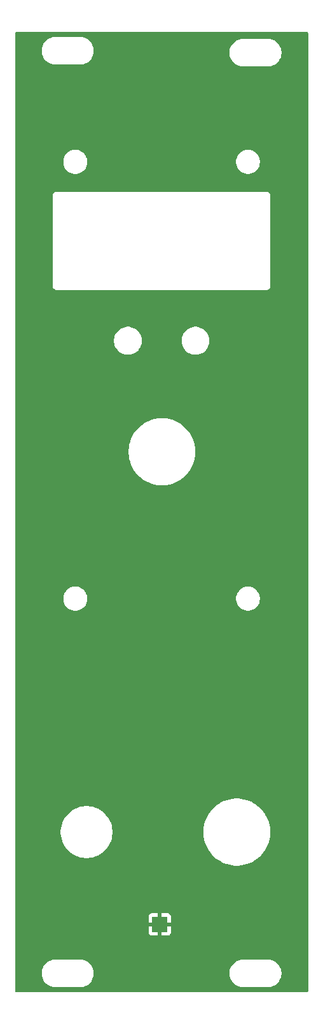
<source format=gbr>
%TF.GenerationSoftware,KiCad,Pcbnew,8.0.7*%
%TF.CreationDate,2025-02-20T16:23:03+00:00*%
%TF.ProjectId,RPi-MiniDexed-EuroRack-Panel,5250692d-4d69-46e6-9944-657865642d45,rev?*%
%TF.SameCoordinates,Original*%
%TF.FileFunction,Copper,L2,Bot*%
%TF.FilePolarity,Positive*%
%FSLAX46Y46*%
G04 Gerber Fmt 4.6, Leading zero omitted, Abs format (unit mm)*
G04 Created by KiCad (PCBNEW 8.0.7) date 2025-02-20 16:23:03*
%MOMM*%
%LPD*%
G01*
G04 APERTURE LIST*
%TA.AperFunction,SMDPad,CuDef*%
%ADD10R,2.000000X2.000000*%
%TD*%
G04 APERTURE END LIST*
D10*
%TO.P,REF\u002A\u002A,1*%
%TO.N,GND*%
X69750000Y-154750000D03*
%TD*%
%TA.AperFunction,Conductor*%
%TO.N,GND*%
G36*
X89442539Y-36270185D02*
G01*
X89488294Y-36322989D01*
X89499500Y-36374500D01*
X89499500Y-163625500D01*
X89479815Y-163692539D01*
X89427011Y-163738294D01*
X89375500Y-163749500D01*
X50624500Y-163749500D01*
X50557461Y-163729815D01*
X50511706Y-163677011D01*
X50500500Y-163625500D01*
X50500500Y-161128711D01*
X54049500Y-161128711D01*
X54049500Y-161371288D01*
X54081161Y-161611785D01*
X54143947Y-161846104D01*
X54236773Y-162070205D01*
X54236776Y-162070212D01*
X54358064Y-162280289D01*
X54358066Y-162280292D01*
X54358067Y-162280293D01*
X54505733Y-162472736D01*
X54505739Y-162472743D01*
X54677256Y-162644260D01*
X54677262Y-162644265D01*
X54869711Y-162791936D01*
X55079788Y-162913224D01*
X55303900Y-163006054D01*
X55538211Y-163068838D01*
X55718586Y-163092584D01*
X55778711Y-163100500D01*
X55778712Y-163100500D01*
X59221289Y-163100500D01*
X59269388Y-163094167D01*
X59461789Y-163068838D01*
X59696100Y-163006054D01*
X59920212Y-162913224D01*
X60130289Y-162791936D01*
X60322738Y-162644265D01*
X60494265Y-162472738D01*
X60641936Y-162280289D01*
X60763224Y-162070212D01*
X60856054Y-161846100D01*
X60918838Y-161611789D01*
X60950500Y-161371288D01*
X60950500Y-161128712D01*
X60950500Y-161128711D01*
X79049500Y-161128711D01*
X79049500Y-161371288D01*
X79081161Y-161611785D01*
X79143947Y-161846104D01*
X79236773Y-162070205D01*
X79236776Y-162070212D01*
X79358064Y-162280289D01*
X79358066Y-162280292D01*
X79358067Y-162280293D01*
X79505733Y-162472736D01*
X79505739Y-162472743D01*
X79677256Y-162644260D01*
X79677262Y-162644265D01*
X79869711Y-162791936D01*
X80079788Y-162913224D01*
X80303900Y-163006054D01*
X80538211Y-163068838D01*
X80718586Y-163092584D01*
X80778711Y-163100500D01*
X80778712Y-163100500D01*
X84221289Y-163100500D01*
X84269388Y-163094167D01*
X84461789Y-163068838D01*
X84696100Y-163006054D01*
X84920212Y-162913224D01*
X85130289Y-162791936D01*
X85322738Y-162644265D01*
X85494265Y-162472738D01*
X85641936Y-162280289D01*
X85763224Y-162070212D01*
X85856054Y-161846100D01*
X85918838Y-161611789D01*
X85950500Y-161371288D01*
X85950500Y-161128712D01*
X85918838Y-160888211D01*
X85856054Y-160653900D01*
X85763224Y-160429788D01*
X85641936Y-160219711D01*
X85494265Y-160027262D01*
X85494260Y-160027256D01*
X85322743Y-159855739D01*
X85322736Y-159855733D01*
X85130293Y-159708067D01*
X85130292Y-159708066D01*
X85130289Y-159708064D01*
X84920212Y-159586776D01*
X84920205Y-159586773D01*
X84696104Y-159493947D01*
X84461785Y-159431161D01*
X84221289Y-159399500D01*
X84221288Y-159399500D01*
X80778712Y-159399500D01*
X80778711Y-159399500D01*
X80538214Y-159431161D01*
X80303895Y-159493947D01*
X80079794Y-159586773D01*
X80079785Y-159586777D01*
X79869706Y-159708067D01*
X79677263Y-159855733D01*
X79677256Y-159855739D01*
X79505739Y-160027256D01*
X79505733Y-160027263D01*
X79358067Y-160219706D01*
X79236777Y-160429785D01*
X79236773Y-160429794D01*
X79143947Y-160653895D01*
X79081161Y-160888214D01*
X79049500Y-161128711D01*
X60950500Y-161128711D01*
X60918838Y-160888211D01*
X60856054Y-160653900D01*
X60763224Y-160429788D01*
X60641936Y-160219711D01*
X60494265Y-160027262D01*
X60494260Y-160027256D01*
X60322743Y-159855739D01*
X60322736Y-159855733D01*
X60130293Y-159708067D01*
X60130292Y-159708066D01*
X60130289Y-159708064D01*
X59920212Y-159586776D01*
X59920205Y-159586773D01*
X59696104Y-159493947D01*
X59461785Y-159431161D01*
X59221289Y-159399500D01*
X59221288Y-159399500D01*
X55778712Y-159399500D01*
X55778711Y-159399500D01*
X55538214Y-159431161D01*
X55303895Y-159493947D01*
X55079794Y-159586773D01*
X55079785Y-159586777D01*
X54869706Y-159708067D01*
X54677263Y-159855733D01*
X54677256Y-159855739D01*
X54505739Y-160027256D01*
X54505733Y-160027263D01*
X54358067Y-160219706D01*
X54236777Y-160429785D01*
X54236773Y-160429794D01*
X54143947Y-160653895D01*
X54081161Y-160888214D01*
X54049500Y-161128711D01*
X50500500Y-161128711D01*
X50500500Y-155797844D01*
X68250000Y-155797844D01*
X68256401Y-155857372D01*
X68256403Y-155857379D01*
X68306645Y-155992086D01*
X68306649Y-155992093D01*
X68392809Y-156107187D01*
X68392812Y-156107190D01*
X68507906Y-156193350D01*
X68507913Y-156193354D01*
X68642620Y-156243596D01*
X68642627Y-156243598D01*
X68702155Y-156249999D01*
X68702172Y-156250000D01*
X69500000Y-156250000D01*
X70000000Y-156250000D01*
X70797828Y-156250000D01*
X70797844Y-156249999D01*
X70857372Y-156243598D01*
X70857379Y-156243596D01*
X70992086Y-156193354D01*
X70992093Y-156193350D01*
X71107187Y-156107190D01*
X71107190Y-156107187D01*
X71193350Y-155992093D01*
X71193354Y-155992086D01*
X71243596Y-155857379D01*
X71243598Y-155857372D01*
X71249999Y-155797844D01*
X71250000Y-155797827D01*
X71250000Y-155000000D01*
X70000000Y-155000000D01*
X70000000Y-156250000D01*
X69500000Y-156250000D01*
X69500000Y-155000000D01*
X68250000Y-155000000D01*
X68250000Y-155797844D01*
X50500500Y-155797844D01*
X50500500Y-153702155D01*
X68250000Y-153702155D01*
X68250000Y-154500000D01*
X69500000Y-154500000D01*
X70000000Y-154500000D01*
X71250000Y-154500000D01*
X71250000Y-153702172D01*
X71249999Y-153702155D01*
X71243598Y-153642627D01*
X71243596Y-153642620D01*
X71193354Y-153507913D01*
X71193350Y-153507906D01*
X71107190Y-153392812D01*
X71107187Y-153392809D01*
X70992093Y-153306649D01*
X70992086Y-153306645D01*
X70857379Y-153256403D01*
X70857372Y-153256401D01*
X70797844Y-153250000D01*
X70000000Y-153250000D01*
X70000000Y-154500000D01*
X69500000Y-154500000D01*
X69500000Y-153250000D01*
X68702155Y-153250000D01*
X68642627Y-153256401D01*
X68642620Y-153256403D01*
X68507913Y-153306645D01*
X68507906Y-153306649D01*
X68392812Y-153392809D01*
X68392809Y-153392812D01*
X68306649Y-153507906D01*
X68306645Y-153507913D01*
X68256403Y-153642620D01*
X68256401Y-153642627D01*
X68250000Y-153702155D01*
X50500500Y-153702155D01*
X50500500Y-142330491D01*
X56549500Y-142330491D01*
X56549500Y-142669508D01*
X56582729Y-143006901D01*
X56648870Y-143339410D01*
X56747284Y-143663841D01*
X56877024Y-143977060D01*
X56877026Y-143977065D01*
X57036831Y-144276039D01*
X57036842Y-144276057D01*
X57225184Y-144557930D01*
X57225194Y-144557944D01*
X57440269Y-144820014D01*
X57679985Y-145059730D01*
X57679990Y-145059734D01*
X57679991Y-145059735D01*
X57942061Y-145274810D01*
X58223949Y-145463162D01*
X58223958Y-145463167D01*
X58223960Y-145463168D01*
X58522934Y-145622973D01*
X58522936Y-145622973D01*
X58522942Y-145622977D01*
X58836160Y-145752716D01*
X59160586Y-145851129D01*
X59493096Y-145917270D01*
X59830488Y-145950500D01*
X59830491Y-145950500D01*
X60169509Y-145950500D01*
X60169512Y-145950500D01*
X60506904Y-145917270D01*
X60839414Y-145851129D01*
X61163840Y-145752716D01*
X61477058Y-145622977D01*
X61776051Y-145463162D01*
X62057939Y-145274810D01*
X62320009Y-145059735D01*
X62559735Y-144820009D01*
X62774810Y-144557939D01*
X62963162Y-144276051D01*
X63122977Y-143977058D01*
X63252716Y-143663840D01*
X63351129Y-143339414D01*
X63417270Y-143006904D01*
X63450500Y-142669512D01*
X63450500Y-142330488D01*
X63448057Y-142305683D01*
X75549500Y-142305683D01*
X75549500Y-142694316D01*
X75583371Y-143081462D01*
X75583371Y-143081466D01*
X75650853Y-143464172D01*
X75650857Y-143464189D01*
X75751435Y-143839555D01*
X75884362Y-144204768D01*
X76048587Y-144556952D01*
X76048600Y-144556976D01*
X76242905Y-144893521D01*
X76242914Y-144893536D01*
X76465821Y-145211880D01*
X76656358Y-145438952D01*
X76715621Y-145509579D01*
X76990421Y-145784379D01*
X77069971Y-145851129D01*
X77288119Y-146034178D01*
X77288125Y-146034182D01*
X77288126Y-146034183D01*
X77606470Y-146257090D01*
X77921894Y-146439200D01*
X77943023Y-146451399D01*
X77943047Y-146451412D01*
X78295231Y-146615637D01*
X78295236Y-146615638D01*
X78295245Y-146615643D01*
X78660434Y-146748561D01*
X78660440Y-146748562D01*
X78660444Y-146748564D01*
X78762666Y-146775954D01*
X79035818Y-146849145D01*
X79418540Y-146916629D01*
X79805685Y-146950499D01*
X79805686Y-146950500D01*
X79805687Y-146950500D01*
X80194314Y-146950500D01*
X80194314Y-146950499D01*
X80581460Y-146916629D01*
X80964182Y-146849145D01*
X81339566Y-146748561D01*
X81704755Y-146615643D01*
X81704768Y-146615637D01*
X82056952Y-146451412D01*
X82056960Y-146451407D01*
X82056970Y-146451403D01*
X82393530Y-146257090D01*
X82711874Y-146034183D01*
X83009579Y-145784379D01*
X83284379Y-145509579D01*
X83534183Y-145211874D01*
X83757090Y-144893530D01*
X83951403Y-144556970D01*
X83951407Y-144556960D01*
X83951412Y-144556952D01*
X84115637Y-144204768D01*
X84115637Y-144204767D01*
X84115643Y-144204755D01*
X84248561Y-143839566D01*
X84349145Y-143464182D01*
X84416629Y-143081460D01*
X84450500Y-142694313D01*
X84450500Y-142305687D01*
X84416629Y-141918540D01*
X84349145Y-141535818D01*
X84248561Y-141160434D01*
X84115643Y-140795245D01*
X84115638Y-140795236D01*
X84115637Y-140795231D01*
X83951412Y-140443047D01*
X83951399Y-140443023D01*
X83799537Y-140179991D01*
X83757090Y-140106470D01*
X83534183Y-139788126D01*
X83534182Y-139788125D01*
X83534178Y-139788119D01*
X83323327Y-139536838D01*
X83284379Y-139490421D01*
X83009579Y-139215621D01*
X82851206Y-139082730D01*
X82711880Y-138965821D01*
X82393536Y-138742914D01*
X82393533Y-138742912D01*
X82393530Y-138742910D01*
X82293538Y-138685179D01*
X82056976Y-138548600D01*
X82056952Y-138548587D01*
X81704768Y-138384362D01*
X81704757Y-138384358D01*
X81704755Y-138384357D01*
X81339566Y-138251439D01*
X81339565Y-138251438D01*
X81339555Y-138251435D01*
X80964189Y-138150857D01*
X80964192Y-138150857D01*
X80964182Y-138150855D01*
X80964176Y-138150853D01*
X80964172Y-138150853D01*
X80581464Y-138083371D01*
X80194316Y-138049500D01*
X80194313Y-138049500D01*
X79805687Y-138049500D01*
X79805683Y-138049500D01*
X79418537Y-138083371D01*
X79418533Y-138083371D01*
X79035827Y-138150853D01*
X79035810Y-138150857D01*
X78660444Y-138251435D01*
X78295231Y-138384362D01*
X77943047Y-138548587D01*
X77943023Y-138548600D01*
X77606478Y-138742905D01*
X77606463Y-138742914D01*
X77288119Y-138965821D01*
X76990418Y-139215623D01*
X76715623Y-139490418D01*
X76465821Y-139788119D01*
X76242914Y-140106463D01*
X76242905Y-140106478D01*
X76048600Y-140443023D01*
X76048587Y-140443047D01*
X75884362Y-140795231D01*
X75751435Y-141160444D01*
X75650857Y-141535810D01*
X75650853Y-141535827D01*
X75583371Y-141918533D01*
X75583371Y-141918537D01*
X75549500Y-142305683D01*
X63448057Y-142305683D01*
X63417270Y-141993096D01*
X63351129Y-141660586D01*
X63252716Y-141336160D01*
X63122977Y-141022942D01*
X63001270Y-140795245D01*
X62963168Y-140723960D01*
X62963167Y-140723958D01*
X62963162Y-140723949D01*
X62774810Y-140442061D01*
X62559735Y-140179991D01*
X62559734Y-140179990D01*
X62559730Y-140179985D01*
X62320014Y-139940269D01*
X62057944Y-139725194D01*
X62057943Y-139725193D01*
X62057939Y-139725190D01*
X61776051Y-139536838D01*
X61776046Y-139536835D01*
X61776039Y-139536831D01*
X61477065Y-139377026D01*
X61477060Y-139377024D01*
X61163841Y-139247284D01*
X60973382Y-139189509D01*
X60839414Y-139148871D01*
X60839411Y-139148870D01*
X60839410Y-139148870D01*
X60506901Y-139082729D01*
X60269199Y-139059318D01*
X60169512Y-139049500D01*
X59830488Y-139049500D01*
X59739738Y-139058437D01*
X59493098Y-139082729D01*
X59160589Y-139148870D01*
X58836158Y-139247284D01*
X58522939Y-139377024D01*
X58522934Y-139377026D01*
X58223960Y-139536831D01*
X58223942Y-139536842D01*
X57942069Y-139725184D01*
X57942055Y-139725194D01*
X57679985Y-139940269D01*
X57440269Y-140179985D01*
X57225194Y-140442055D01*
X57225184Y-140442069D01*
X57036842Y-140723942D01*
X57036831Y-140723960D01*
X56877026Y-141022934D01*
X56877024Y-141022939D01*
X56747284Y-141336158D01*
X56648870Y-141660589D01*
X56582729Y-141993098D01*
X56549500Y-142330491D01*
X50500500Y-142330491D01*
X50500500Y-111374038D01*
X56899500Y-111374038D01*
X56899500Y-111625961D01*
X56938910Y-111874785D01*
X57016760Y-112114383D01*
X57131132Y-112338848D01*
X57279201Y-112542649D01*
X57279205Y-112542654D01*
X57457345Y-112720794D01*
X57457350Y-112720798D01*
X57635117Y-112849952D01*
X57661155Y-112868870D01*
X57804184Y-112941747D01*
X57885616Y-112983239D01*
X57885618Y-112983239D01*
X57885621Y-112983241D01*
X58125215Y-113061090D01*
X58374038Y-113100500D01*
X58374039Y-113100500D01*
X58625961Y-113100500D01*
X58625962Y-113100500D01*
X58874785Y-113061090D01*
X59114379Y-112983241D01*
X59338845Y-112868870D01*
X59542656Y-112720793D01*
X59720793Y-112542656D01*
X59868870Y-112338845D01*
X59983241Y-112114379D01*
X60061090Y-111874785D01*
X60100500Y-111625962D01*
X60100500Y-111374038D01*
X79899500Y-111374038D01*
X79899500Y-111625961D01*
X79938910Y-111874785D01*
X80016760Y-112114383D01*
X80131132Y-112338848D01*
X80279201Y-112542649D01*
X80279205Y-112542654D01*
X80457345Y-112720794D01*
X80457350Y-112720798D01*
X80635117Y-112849952D01*
X80661155Y-112868870D01*
X80804184Y-112941747D01*
X80885616Y-112983239D01*
X80885618Y-112983239D01*
X80885621Y-112983241D01*
X81125215Y-113061090D01*
X81374038Y-113100500D01*
X81374039Y-113100500D01*
X81625961Y-113100500D01*
X81625962Y-113100500D01*
X81874785Y-113061090D01*
X82114379Y-112983241D01*
X82338845Y-112868870D01*
X82542656Y-112720793D01*
X82720793Y-112542656D01*
X82868870Y-112338845D01*
X82983241Y-112114379D01*
X83061090Y-111874785D01*
X83100500Y-111625962D01*
X83100500Y-111374038D01*
X83061090Y-111125215D01*
X82983241Y-110885621D01*
X82983239Y-110885618D01*
X82983239Y-110885616D01*
X82941747Y-110804184D01*
X82868870Y-110661155D01*
X82849952Y-110635117D01*
X82720798Y-110457350D01*
X82720794Y-110457345D01*
X82542654Y-110279205D01*
X82542649Y-110279201D01*
X82338848Y-110131132D01*
X82338847Y-110131131D01*
X82338845Y-110131130D01*
X82268747Y-110095413D01*
X82114383Y-110016760D01*
X81874785Y-109938910D01*
X81625962Y-109899500D01*
X81374038Y-109899500D01*
X81249626Y-109919205D01*
X81125214Y-109938910D01*
X80885616Y-110016760D01*
X80661151Y-110131132D01*
X80457350Y-110279201D01*
X80457345Y-110279205D01*
X80279205Y-110457345D01*
X80279201Y-110457350D01*
X80131132Y-110661151D01*
X80016760Y-110885616D01*
X79938910Y-111125214D01*
X79899500Y-111374038D01*
X60100500Y-111374038D01*
X60061090Y-111125215D01*
X59983241Y-110885621D01*
X59983239Y-110885618D01*
X59983239Y-110885616D01*
X59941747Y-110804184D01*
X59868870Y-110661155D01*
X59849952Y-110635117D01*
X59720798Y-110457350D01*
X59720794Y-110457345D01*
X59542654Y-110279205D01*
X59542649Y-110279201D01*
X59338848Y-110131132D01*
X59338847Y-110131131D01*
X59338845Y-110131130D01*
X59268747Y-110095413D01*
X59114383Y-110016760D01*
X58874785Y-109938910D01*
X58625962Y-109899500D01*
X58374038Y-109899500D01*
X58249626Y-109919205D01*
X58125214Y-109938910D01*
X57885616Y-110016760D01*
X57661151Y-110131132D01*
X57457350Y-110279201D01*
X57457345Y-110279205D01*
X57279205Y-110457345D01*
X57279201Y-110457350D01*
X57131132Y-110661151D01*
X57016760Y-110885616D01*
X56938910Y-111125214D01*
X56899500Y-111374038D01*
X50500500Y-111374038D01*
X50500500Y-91805683D01*
X65589500Y-91805683D01*
X65589500Y-92194316D01*
X65623371Y-92581462D01*
X65623371Y-92581466D01*
X65690853Y-92964172D01*
X65690857Y-92964189D01*
X65791435Y-93339555D01*
X65924362Y-93704768D01*
X66088587Y-94056952D01*
X66088600Y-94056976D01*
X66282905Y-94393521D01*
X66282914Y-94393536D01*
X66505821Y-94711880D01*
X66696358Y-94938952D01*
X66755621Y-95009579D01*
X67030421Y-95284379D01*
X67136361Y-95373273D01*
X67328119Y-95534178D01*
X67328125Y-95534182D01*
X67328126Y-95534183D01*
X67646470Y-95757090D01*
X67961894Y-95939200D01*
X67983023Y-95951399D01*
X67983047Y-95951412D01*
X68335231Y-96115637D01*
X68335236Y-96115638D01*
X68335245Y-96115643D01*
X68700434Y-96248561D01*
X68700440Y-96248562D01*
X68700444Y-96248564D01*
X68802666Y-96275954D01*
X69075818Y-96349145D01*
X69458540Y-96416629D01*
X69845685Y-96450499D01*
X69845686Y-96450500D01*
X69845687Y-96450500D01*
X70234314Y-96450500D01*
X70234314Y-96450499D01*
X70621460Y-96416629D01*
X71004182Y-96349145D01*
X71379566Y-96248561D01*
X71744755Y-96115643D01*
X71744768Y-96115637D01*
X72096952Y-95951412D01*
X72096960Y-95951407D01*
X72096970Y-95951403D01*
X72433530Y-95757090D01*
X72751874Y-95534183D01*
X73049579Y-95284379D01*
X73324379Y-95009579D01*
X73574183Y-94711874D01*
X73797090Y-94393530D01*
X73991403Y-94056970D01*
X73991407Y-94056960D01*
X73991412Y-94056952D01*
X74155637Y-93704768D01*
X74155637Y-93704767D01*
X74155643Y-93704755D01*
X74288561Y-93339566D01*
X74389145Y-92964182D01*
X74456629Y-92581460D01*
X74490500Y-92194313D01*
X74490500Y-91805687D01*
X74456629Y-91418540D01*
X74389145Y-91035818D01*
X74288561Y-90660434D01*
X74155643Y-90295245D01*
X74155638Y-90295236D01*
X74155637Y-90295231D01*
X73991412Y-89943047D01*
X73991399Y-89943023D01*
X73979200Y-89921894D01*
X73797090Y-89606470D01*
X73574183Y-89288126D01*
X73574182Y-89288125D01*
X73574178Y-89288119D01*
X73324376Y-88990418D01*
X73049581Y-88715623D01*
X72751880Y-88465821D01*
X72433536Y-88242914D01*
X72433533Y-88242912D01*
X72433530Y-88242910D01*
X72333538Y-88185179D01*
X72096976Y-88048600D01*
X72096952Y-88048587D01*
X71744768Y-87884362D01*
X71744757Y-87884358D01*
X71744755Y-87884357D01*
X71379566Y-87751439D01*
X71379565Y-87751438D01*
X71379555Y-87751435D01*
X71004189Y-87650857D01*
X71004192Y-87650857D01*
X71004182Y-87650855D01*
X71004176Y-87650853D01*
X71004172Y-87650853D01*
X70621464Y-87583371D01*
X70234316Y-87549500D01*
X70234313Y-87549500D01*
X69845687Y-87549500D01*
X69845683Y-87549500D01*
X69458537Y-87583371D01*
X69458533Y-87583371D01*
X69075827Y-87650853D01*
X69075810Y-87650857D01*
X68700444Y-87751435D01*
X68335231Y-87884362D01*
X67983047Y-88048587D01*
X67983023Y-88048600D01*
X67646478Y-88242905D01*
X67646463Y-88242914D01*
X67328119Y-88465821D01*
X67030418Y-88715623D01*
X66755623Y-88990418D01*
X66505821Y-89288119D01*
X66282914Y-89606463D01*
X66282905Y-89606478D01*
X66088600Y-89943023D01*
X66088587Y-89943047D01*
X65924362Y-90295231D01*
X65791435Y-90660444D01*
X65690857Y-91035810D01*
X65690853Y-91035827D01*
X65623371Y-91418533D01*
X65623371Y-91418537D01*
X65589500Y-91805683D01*
X50500500Y-91805683D01*
X50500500Y-77128711D01*
X63649500Y-77128711D01*
X63649500Y-77371288D01*
X63681161Y-77611785D01*
X63743947Y-77846104D01*
X63836773Y-78070205D01*
X63836776Y-78070212D01*
X63958064Y-78280289D01*
X63958066Y-78280292D01*
X63958067Y-78280293D01*
X64105733Y-78472736D01*
X64105739Y-78472743D01*
X64277256Y-78644260D01*
X64277262Y-78644265D01*
X64469711Y-78791936D01*
X64679788Y-78913224D01*
X64903900Y-79006054D01*
X65138211Y-79068838D01*
X65318586Y-79092584D01*
X65378711Y-79100500D01*
X65378712Y-79100500D01*
X65621289Y-79100500D01*
X65669388Y-79094167D01*
X65861789Y-79068838D01*
X66096100Y-79006054D01*
X66320212Y-78913224D01*
X66530289Y-78791936D01*
X66722738Y-78644265D01*
X66894265Y-78472738D01*
X67041936Y-78280289D01*
X67163224Y-78070212D01*
X67256054Y-77846100D01*
X67318838Y-77611789D01*
X67350500Y-77371288D01*
X67350500Y-77128712D01*
X67350500Y-77128711D01*
X72649500Y-77128711D01*
X72649500Y-77371288D01*
X72681161Y-77611785D01*
X72743947Y-77846104D01*
X72836773Y-78070205D01*
X72836776Y-78070212D01*
X72958064Y-78280289D01*
X72958066Y-78280292D01*
X72958067Y-78280293D01*
X73105733Y-78472736D01*
X73105739Y-78472743D01*
X73277256Y-78644260D01*
X73277262Y-78644265D01*
X73469711Y-78791936D01*
X73679788Y-78913224D01*
X73903900Y-79006054D01*
X74138211Y-79068838D01*
X74318586Y-79092584D01*
X74378711Y-79100500D01*
X74378712Y-79100500D01*
X74621289Y-79100500D01*
X74669388Y-79094167D01*
X74861789Y-79068838D01*
X75096100Y-79006054D01*
X75320212Y-78913224D01*
X75530289Y-78791936D01*
X75722738Y-78644265D01*
X75894265Y-78472738D01*
X76041936Y-78280289D01*
X76163224Y-78070212D01*
X76256054Y-77846100D01*
X76318838Y-77611789D01*
X76350500Y-77371288D01*
X76350500Y-77128712D01*
X76318838Y-76888211D01*
X76256054Y-76653900D01*
X76163224Y-76429788D01*
X76041936Y-76219711D01*
X75894265Y-76027262D01*
X75894260Y-76027256D01*
X75722743Y-75855739D01*
X75722736Y-75855733D01*
X75530293Y-75708067D01*
X75530292Y-75708066D01*
X75530289Y-75708064D01*
X75320212Y-75586776D01*
X75320205Y-75586773D01*
X75096104Y-75493947D01*
X74861785Y-75431161D01*
X74621289Y-75399500D01*
X74621288Y-75399500D01*
X74378712Y-75399500D01*
X74378711Y-75399500D01*
X74138214Y-75431161D01*
X73903895Y-75493947D01*
X73679794Y-75586773D01*
X73679785Y-75586777D01*
X73469706Y-75708067D01*
X73277263Y-75855733D01*
X73277256Y-75855739D01*
X73105739Y-76027256D01*
X73105733Y-76027263D01*
X72958067Y-76219706D01*
X72836777Y-76429785D01*
X72836773Y-76429794D01*
X72743947Y-76653895D01*
X72681161Y-76888214D01*
X72649500Y-77128711D01*
X67350500Y-77128711D01*
X67318838Y-76888211D01*
X67256054Y-76653900D01*
X67163224Y-76429788D01*
X67041936Y-76219711D01*
X66894265Y-76027262D01*
X66894260Y-76027256D01*
X66722743Y-75855739D01*
X66722736Y-75855733D01*
X66530293Y-75708067D01*
X66530292Y-75708066D01*
X66530289Y-75708064D01*
X66320212Y-75586776D01*
X66320205Y-75586773D01*
X66096104Y-75493947D01*
X65861785Y-75431161D01*
X65621289Y-75399500D01*
X65621288Y-75399500D01*
X65378712Y-75399500D01*
X65378711Y-75399500D01*
X65138214Y-75431161D01*
X64903895Y-75493947D01*
X64679794Y-75586773D01*
X64679785Y-75586777D01*
X64469706Y-75708067D01*
X64277263Y-75855733D01*
X64277256Y-75855739D01*
X64105739Y-76027256D01*
X64105733Y-76027263D01*
X63958067Y-76219706D01*
X63836777Y-76429785D01*
X63836773Y-76429794D01*
X63743947Y-76653895D01*
X63681161Y-76888214D01*
X63649500Y-77128711D01*
X50500500Y-77128711D01*
X50500500Y-57934108D01*
X55499500Y-57934108D01*
X55499500Y-70065891D01*
X55533608Y-70193187D01*
X55566554Y-70250250D01*
X55599500Y-70307314D01*
X55692686Y-70400500D01*
X55806814Y-70466392D01*
X55934108Y-70500500D01*
X55934110Y-70500500D01*
X84065890Y-70500500D01*
X84065892Y-70500500D01*
X84193186Y-70466392D01*
X84307314Y-70400500D01*
X84400500Y-70307314D01*
X84466392Y-70193186D01*
X84500500Y-70065892D01*
X84500500Y-57934108D01*
X84466392Y-57806814D01*
X84400500Y-57692686D01*
X84307314Y-57599500D01*
X84250250Y-57566554D01*
X84193187Y-57533608D01*
X84129539Y-57516554D01*
X84065892Y-57499500D01*
X56065892Y-57499500D01*
X55934108Y-57499500D01*
X55806812Y-57533608D01*
X55692686Y-57599500D01*
X55692683Y-57599502D01*
X55599502Y-57692683D01*
X55599500Y-57692686D01*
X55533608Y-57806812D01*
X55499500Y-57934108D01*
X50500500Y-57934108D01*
X50500500Y-53374038D01*
X56899500Y-53374038D01*
X56899500Y-53625961D01*
X56938910Y-53874785D01*
X57016760Y-54114383D01*
X57131132Y-54338848D01*
X57279201Y-54542649D01*
X57279205Y-54542654D01*
X57457345Y-54720794D01*
X57457350Y-54720798D01*
X57635117Y-54849952D01*
X57661155Y-54868870D01*
X57804184Y-54941747D01*
X57885616Y-54983239D01*
X57885618Y-54983239D01*
X57885621Y-54983241D01*
X58125215Y-55061090D01*
X58374038Y-55100500D01*
X58374039Y-55100500D01*
X58625961Y-55100500D01*
X58625962Y-55100500D01*
X58874785Y-55061090D01*
X59114379Y-54983241D01*
X59338845Y-54868870D01*
X59542656Y-54720793D01*
X59720793Y-54542656D01*
X59868870Y-54338845D01*
X59983241Y-54114379D01*
X60061090Y-53874785D01*
X60100500Y-53625962D01*
X60100500Y-53374038D01*
X79899500Y-53374038D01*
X79899500Y-53625961D01*
X79938910Y-53874785D01*
X80016760Y-54114383D01*
X80131132Y-54338848D01*
X80279201Y-54542649D01*
X80279205Y-54542654D01*
X80457345Y-54720794D01*
X80457350Y-54720798D01*
X80635117Y-54849952D01*
X80661155Y-54868870D01*
X80804184Y-54941747D01*
X80885616Y-54983239D01*
X80885618Y-54983239D01*
X80885621Y-54983241D01*
X81125215Y-55061090D01*
X81374038Y-55100500D01*
X81374039Y-55100500D01*
X81625961Y-55100500D01*
X81625962Y-55100500D01*
X81874785Y-55061090D01*
X82114379Y-54983241D01*
X82338845Y-54868870D01*
X82542656Y-54720793D01*
X82720793Y-54542656D01*
X82868870Y-54338845D01*
X82983241Y-54114379D01*
X83061090Y-53874785D01*
X83100500Y-53625962D01*
X83100500Y-53374038D01*
X83061090Y-53125215D01*
X82983241Y-52885621D01*
X82983239Y-52885618D01*
X82983239Y-52885616D01*
X82941747Y-52804184D01*
X82868870Y-52661155D01*
X82849952Y-52635117D01*
X82720798Y-52457350D01*
X82720794Y-52457345D01*
X82542654Y-52279205D01*
X82542649Y-52279201D01*
X82338848Y-52131132D01*
X82338847Y-52131131D01*
X82338845Y-52131130D01*
X82268747Y-52095413D01*
X82114383Y-52016760D01*
X81874785Y-51938910D01*
X81625962Y-51899500D01*
X81374038Y-51899500D01*
X81249626Y-51919205D01*
X81125214Y-51938910D01*
X80885616Y-52016760D01*
X80661151Y-52131132D01*
X80457350Y-52279201D01*
X80457345Y-52279205D01*
X80279205Y-52457345D01*
X80279201Y-52457350D01*
X80131132Y-52661151D01*
X80016760Y-52885616D01*
X79938910Y-53125214D01*
X79899500Y-53374038D01*
X60100500Y-53374038D01*
X60061090Y-53125215D01*
X59983241Y-52885621D01*
X59983239Y-52885618D01*
X59983239Y-52885616D01*
X59941747Y-52804184D01*
X59868870Y-52661155D01*
X59849952Y-52635117D01*
X59720798Y-52457350D01*
X59720794Y-52457345D01*
X59542654Y-52279205D01*
X59542649Y-52279201D01*
X59338848Y-52131132D01*
X59338847Y-52131131D01*
X59338845Y-52131130D01*
X59268747Y-52095413D01*
X59114383Y-52016760D01*
X58874785Y-51938910D01*
X58625962Y-51899500D01*
X58374038Y-51899500D01*
X58249626Y-51919205D01*
X58125214Y-51938910D01*
X57885616Y-52016760D01*
X57661151Y-52131132D01*
X57457350Y-52279201D01*
X57457345Y-52279205D01*
X57279205Y-52457345D01*
X57279201Y-52457350D01*
X57131132Y-52661151D01*
X57016760Y-52885616D01*
X56938910Y-53125214D01*
X56899500Y-53374038D01*
X50500500Y-53374038D01*
X50500500Y-38628711D01*
X54049500Y-38628711D01*
X54049500Y-38871288D01*
X54081161Y-39111785D01*
X54143947Y-39346104D01*
X54236773Y-39570205D01*
X54236776Y-39570212D01*
X54358064Y-39780289D01*
X54358066Y-39780292D01*
X54358067Y-39780293D01*
X54505733Y-39972736D01*
X54505739Y-39972743D01*
X54677256Y-40144260D01*
X54677262Y-40144265D01*
X54869711Y-40291936D01*
X55079788Y-40413224D01*
X55303900Y-40506054D01*
X55538211Y-40568838D01*
X55718586Y-40592584D01*
X55778711Y-40600500D01*
X55778712Y-40600500D01*
X59221289Y-40600500D01*
X59269388Y-40594167D01*
X59461789Y-40568838D01*
X59696100Y-40506054D01*
X59920212Y-40413224D01*
X60130289Y-40291936D01*
X60322738Y-40144265D01*
X60494265Y-39972738D01*
X60641936Y-39780289D01*
X60763224Y-39570212D01*
X60856054Y-39346100D01*
X60918838Y-39111789D01*
X60949523Y-38878711D01*
X79049500Y-38878711D01*
X79049500Y-39121288D01*
X79081161Y-39361785D01*
X79143947Y-39596104D01*
X79220239Y-39780289D01*
X79236776Y-39820212D01*
X79358064Y-40030289D01*
X79358066Y-40030292D01*
X79358067Y-40030293D01*
X79505733Y-40222736D01*
X79505739Y-40222743D01*
X79677256Y-40394260D01*
X79677263Y-40394266D01*
X79790321Y-40481018D01*
X79869711Y-40541936D01*
X80079788Y-40663224D01*
X80303900Y-40756054D01*
X80538211Y-40818838D01*
X80718586Y-40842584D01*
X80778711Y-40850500D01*
X80778712Y-40850500D01*
X84221289Y-40850500D01*
X84269388Y-40844167D01*
X84461789Y-40818838D01*
X84696100Y-40756054D01*
X84920212Y-40663224D01*
X85130289Y-40541936D01*
X85322738Y-40394265D01*
X85494265Y-40222738D01*
X85641936Y-40030289D01*
X85763224Y-39820212D01*
X85856054Y-39596100D01*
X85918838Y-39361789D01*
X85950500Y-39121288D01*
X85950500Y-38878712D01*
X85918838Y-38638211D01*
X85856054Y-38403900D01*
X85763224Y-38179788D01*
X85641936Y-37969711D01*
X85494265Y-37777262D01*
X85494260Y-37777256D01*
X85322743Y-37605739D01*
X85322736Y-37605733D01*
X85130293Y-37458067D01*
X85130292Y-37458066D01*
X85130289Y-37458064D01*
X84953050Y-37355735D01*
X84920214Y-37336777D01*
X84920205Y-37336773D01*
X84696104Y-37243947D01*
X84461785Y-37181161D01*
X84221289Y-37149500D01*
X84221288Y-37149500D01*
X80778712Y-37149500D01*
X80778711Y-37149500D01*
X80538214Y-37181161D01*
X80303895Y-37243947D01*
X80079794Y-37336773D01*
X80079785Y-37336777D01*
X79869706Y-37458067D01*
X79677263Y-37605733D01*
X79677256Y-37605739D01*
X79505739Y-37777256D01*
X79505733Y-37777263D01*
X79358067Y-37969706D01*
X79236777Y-38179785D01*
X79236773Y-38179794D01*
X79143947Y-38403895D01*
X79081161Y-38638214D01*
X79049500Y-38878711D01*
X60949523Y-38878711D01*
X60950500Y-38871288D01*
X60950500Y-38628712D01*
X60918838Y-38388211D01*
X60856054Y-38153900D01*
X60763224Y-37929788D01*
X60641936Y-37719711D01*
X60494265Y-37527262D01*
X60494260Y-37527256D01*
X60322743Y-37355739D01*
X60322736Y-37355733D01*
X60130293Y-37208067D01*
X60130292Y-37208066D01*
X60130289Y-37208064D01*
X59920212Y-37086776D01*
X59920205Y-37086773D01*
X59696104Y-36993947D01*
X59461785Y-36931161D01*
X59221289Y-36899500D01*
X59221288Y-36899500D01*
X55778712Y-36899500D01*
X55778711Y-36899500D01*
X55538214Y-36931161D01*
X55303895Y-36993947D01*
X55079794Y-37086773D01*
X55079785Y-37086777D01*
X54869706Y-37208067D01*
X54677263Y-37355733D01*
X54677256Y-37355739D01*
X54505739Y-37527256D01*
X54505733Y-37527263D01*
X54358067Y-37719706D01*
X54236777Y-37929785D01*
X54236773Y-37929794D01*
X54143947Y-38153895D01*
X54081161Y-38388214D01*
X54049500Y-38628711D01*
X50500500Y-38628711D01*
X50500500Y-36374500D01*
X50520185Y-36307461D01*
X50572989Y-36261706D01*
X50624500Y-36250500D01*
X89375500Y-36250500D01*
X89442539Y-36270185D01*
G37*
%TD.AperFunction*%
%TD*%
M02*

</source>
